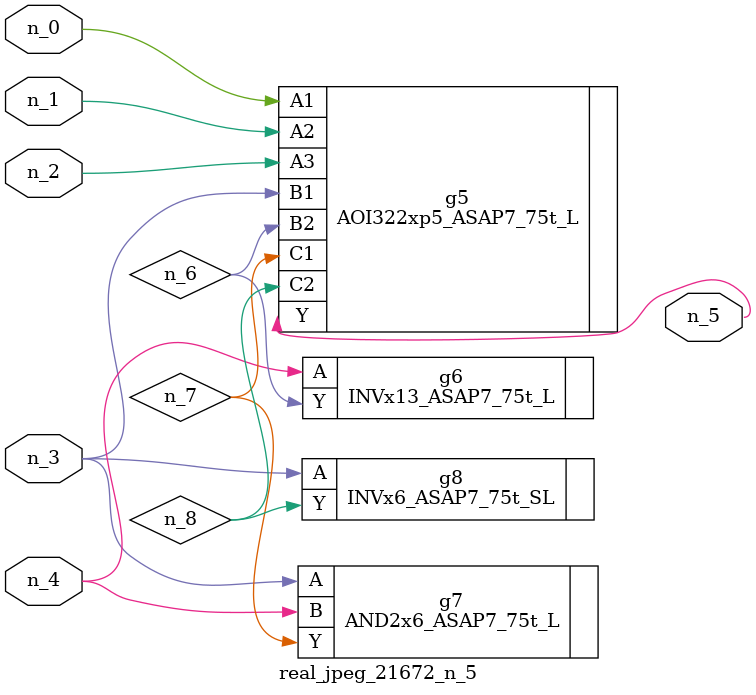
<source format=v>
module real_jpeg_21672_n_5 (n_4, n_0, n_1, n_2, n_3, n_5);

input n_4;
input n_0;
input n_1;
input n_2;
input n_3;

output n_5;

wire n_8;
wire n_6;
wire n_7;

AOI322xp5_ASAP7_75t_L g5 ( 
.A1(n_0),
.A2(n_1),
.A3(n_2),
.B1(n_3),
.B2(n_6),
.C1(n_7),
.C2(n_8),
.Y(n_5)
);

AND2x6_ASAP7_75t_L g7 ( 
.A(n_3),
.B(n_4),
.Y(n_7)
);

INVx6_ASAP7_75t_SL g8 ( 
.A(n_3),
.Y(n_8)
);

INVx13_ASAP7_75t_L g6 ( 
.A(n_4),
.Y(n_6)
);


endmodule
</source>
